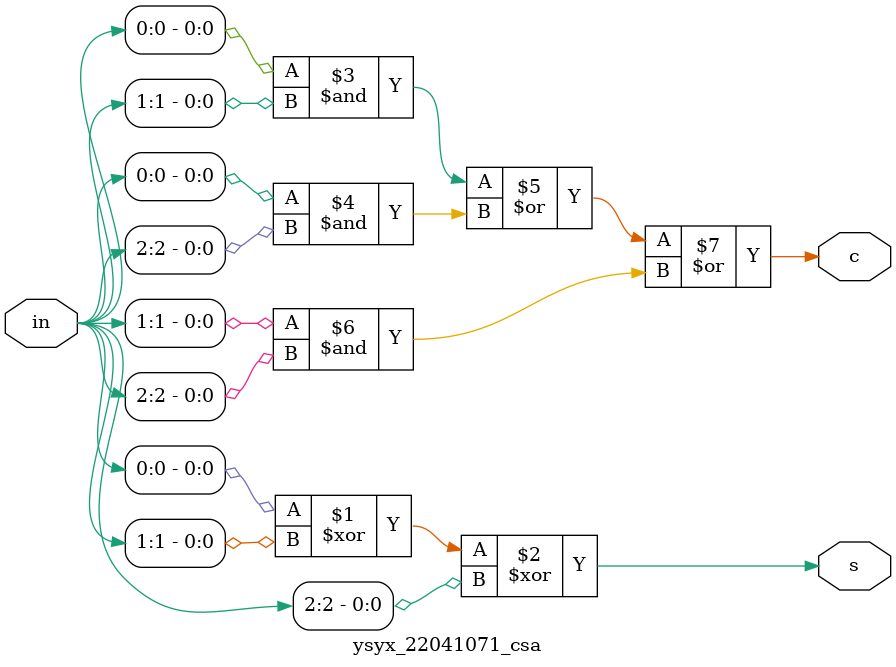
<source format=v>
`include "define.v"
module ysyx_22041071_csa(input [2:0]in,
		   output 	  s ,
		   output 	  c );

		assign s = in[0]^in[1]^in[2];
		assign c = in[0]&in[1] | in[0]&in[2] | in[1]&in[2];

endmodule

</source>
